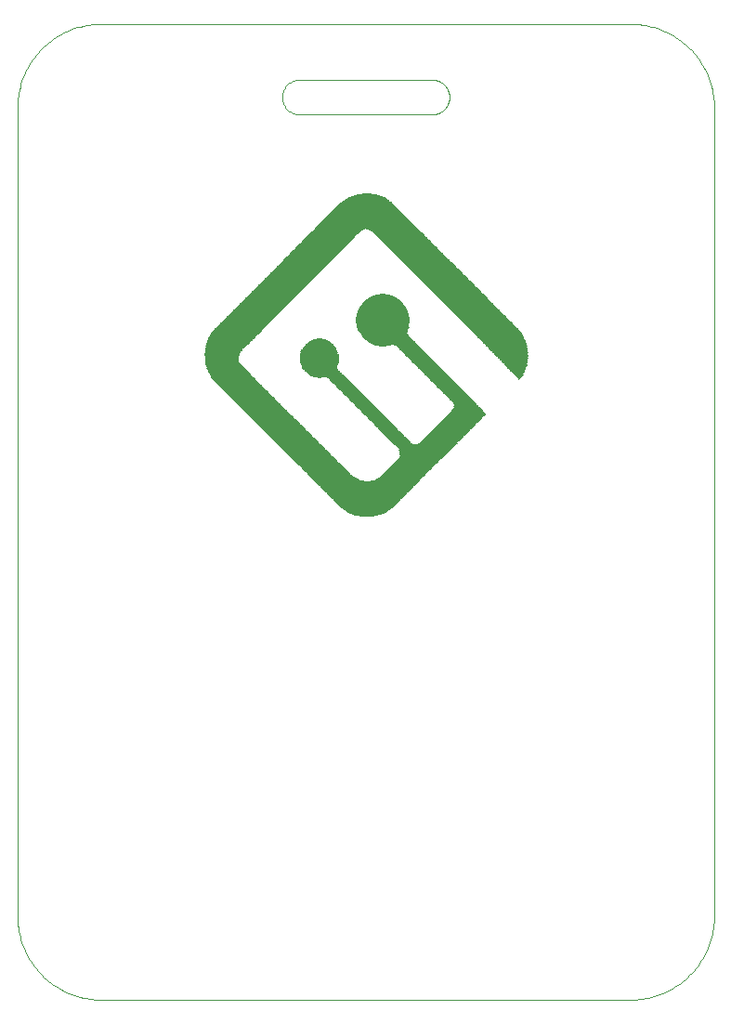
<source format=gtp>
G75*
%MOIN*%
%OFA0B0*%
%FSLAX24Y24*%
%IPPOS*%
%LPD*%
%AMOC8*
5,1,8,0,0,1.08239X$1,22.5*
%
%ADD10C,0.0000*%
%ADD11R,0.0324X0.0018*%
%ADD12R,0.0558X0.0018*%
%ADD13R,0.0738X0.0018*%
%ADD14R,0.0864X0.0018*%
%ADD15R,0.0990X0.0018*%
%ADD16R,0.1062X0.0018*%
%ADD17R,0.1170X0.0018*%
%ADD18R,0.1242X0.0018*%
%ADD19R,0.1314X0.0018*%
%ADD20R,0.1386X0.0018*%
%ADD21R,0.1458X0.0018*%
%ADD22R,0.1512X0.0018*%
%ADD23R,0.1566X0.0018*%
%ADD24R,0.1638X0.0018*%
%ADD25R,0.1674X0.0018*%
%ADD26R,0.1728X0.0018*%
%ADD27R,0.1764X0.0018*%
%ADD28R,0.1818X0.0018*%
%ADD29R,0.1854X0.0018*%
%ADD30R,0.1890X0.0018*%
%ADD31R,0.1926X0.0018*%
%ADD32R,0.1962X0.0018*%
%ADD33R,0.1998X0.0018*%
%ADD34R,0.2034X0.0018*%
%ADD35R,0.2070X0.0018*%
%ADD36R,0.2106X0.0018*%
%ADD37R,0.2142X0.0018*%
%ADD38R,0.2178X0.0018*%
%ADD39R,0.2214X0.0018*%
%ADD40R,0.2250X0.0018*%
%ADD41R,0.2286X0.0018*%
%ADD42R,0.2322X0.0018*%
%ADD43R,0.2358X0.0018*%
%ADD44R,0.2394X0.0018*%
%ADD45R,0.2430X0.0018*%
%ADD46R,0.2466X0.0018*%
%ADD47R,0.2502X0.0018*%
%ADD48R,0.2538X0.0018*%
%ADD49R,0.2574X0.0018*%
%ADD50R,0.2610X0.0018*%
%ADD51R,0.2646X0.0018*%
%ADD52R,0.2682X0.0018*%
%ADD53R,0.2718X0.0018*%
%ADD54R,0.2754X0.0018*%
%ADD55R,0.2790X0.0018*%
%ADD56R,0.2826X0.0018*%
%ADD57R,0.2862X0.0018*%
%ADD58R,0.2898X0.0018*%
%ADD59R,0.2934X0.0018*%
%ADD60R,0.2970X0.0018*%
%ADD61R,0.3006X0.0018*%
%ADD62R,0.3042X0.0018*%
%ADD63R,0.3078X0.0018*%
%ADD64R,0.3114X0.0018*%
%ADD65R,0.3150X0.0018*%
%ADD66R,0.3186X0.0018*%
%ADD67R,0.3222X0.0018*%
%ADD68R,0.3258X0.0018*%
%ADD69R,0.3294X0.0018*%
%ADD70R,0.3330X0.0018*%
%ADD71R,0.3366X0.0018*%
%ADD72R,0.3402X0.0018*%
%ADD73R,0.3438X0.0018*%
%ADD74R,0.3474X0.0018*%
%ADD75R,0.3510X0.0018*%
%ADD76R,0.3546X0.0018*%
%ADD77R,0.3582X0.0018*%
%ADD78R,0.3618X0.0018*%
%ADD79R,0.3654X0.0018*%
%ADD80R,0.3690X0.0018*%
%ADD81R,0.3726X0.0018*%
%ADD82R,0.1800X0.0018*%
%ADD83R,0.1746X0.0018*%
%ADD84R,0.1656X0.0018*%
%ADD85R,0.1602X0.0018*%
%ADD86R,0.1584X0.0018*%
%ADD87R,0.1620X0.0018*%
%ADD88R,0.1602X0.0018*%
%ADD89R,0.1548X0.0018*%
%ADD90R,0.1530X0.0018*%
%ADD91R,0.1584X0.0018*%
%ADD92R,0.1674X0.0018*%
%ADD93R,0.1692X0.0018*%
%ADD94R,0.1710X0.0018*%
%ADD95R,0.1872X0.0018*%
%ADD96R,0.1908X0.0018*%
%ADD97R,0.1944X0.0018*%
%ADD98R,0.1980X0.0018*%
%ADD99R,0.2016X0.0018*%
%ADD100R,0.2052X0.0018*%
%ADD101R,0.2088X0.0018*%
%ADD102R,0.2124X0.0018*%
%ADD103R,0.2160X0.0018*%
%ADD104R,0.1440X0.0018*%
%ADD105R,0.0684X0.0018*%
%ADD106R,0.0666X0.0018*%
%ADD107R,0.1368X0.0018*%
%ADD108R,0.1350X0.0018*%
%ADD109R,0.0648X0.0018*%
%ADD110R,0.1332X0.0018*%
%ADD111R,0.1296X0.0018*%
%ADD112R,0.1260X0.0018*%
%ADD113R,0.1224X0.0018*%
%ADD114R,0.1188X0.0018*%
%ADD115R,0.1152X0.0018*%
%ADD116R,0.1116X0.0018*%
%ADD117R,0.1080X0.0018*%
%ADD118R,0.1026X0.0018*%
%ADD119R,0.0972X0.0018*%
%ADD120R,0.0936X0.0018*%
%ADD121R,0.0918X0.0018*%
%ADD122R,0.0900X0.0018*%
%ADD123R,0.0882X0.0018*%
%ADD124R,0.0846X0.0018*%
%ADD125R,0.0828X0.0018*%
%ADD126R,0.0810X0.0018*%
%ADD127R,0.0792X0.0018*%
%ADD128R,0.0792X0.0018*%
%ADD129R,0.0018X0.0018*%
%ADD130R,0.0054X0.0018*%
%ADD131R,0.1512X0.0018*%
%ADD132R,0.0090X0.0018*%
%ADD133R,0.0108X0.0018*%
%ADD134R,0.0126X0.0018*%
%ADD135R,0.0144X0.0018*%
%ADD136R,0.1494X0.0018*%
%ADD137R,0.0342X0.0018*%
%ADD138R,0.0720X0.0018*%
%ADD139R,0.0180X0.0018*%
%ADD140R,0.1134X0.0018*%
%ADD141R,0.0198X0.0018*%
%ADD142R,0.0234X0.0018*%
%ADD143R,0.1476X0.0018*%
%ADD144R,0.0270X0.0018*%
%ADD145R,0.0288X0.0018*%
%ADD146R,0.1206X0.0018*%
%ADD147R,0.0378X0.0018*%
%ADD148R,0.1224X0.0018*%
%ADD149R,0.0396X0.0018*%
%ADD150R,0.0432X0.0018*%
%ADD151R,0.0450X0.0018*%
%ADD152R,0.1422X0.0018*%
%ADD153R,0.1242X0.0018*%
%ADD154R,0.0486X0.0018*%
%ADD155R,0.1422X0.0018*%
%ADD156R,0.0504X0.0018*%
%ADD157R,0.1404X0.0018*%
%ADD158R,0.0522X0.0018*%
%ADD159R,0.0576X0.0018*%
%ADD160R,0.0594X0.0018*%
%ADD161R,0.0630X0.0018*%
%ADD162R,0.1332X0.0018*%
%ADD163R,0.0702X0.0018*%
%ADD164R,0.1278X0.0018*%
%ADD165R,0.0774X0.0018*%
%ADD166R,0.0882X0.0018*%
%ADD167R,0.0954X0.0018*%
%ADD168R,0.1404X0.0018*%
%ADD169R,0.1008X0.0018*%
%ADD170R,0.1044X0.0018*%
%ADD171R,0.1062X0.0018*%
%ADD172R,0.1098X0.0018*%
%ADD173R,0.1152X0.0018*%
%ADD174R,0.0774X0.0018*%
%ADD175R,0.1044X0.0018*%
%ADD176R,0.0432X0.0018*%
%ADD177R,0.0702X0.0018*%
%ADD178R,0.0216X0.0018*%
%ADD179R,0.1692X0.0018*%
%ADD180R,0.1764X0.0018*%
%ADD181R,0.1782X0.0018*%
%ADD182R,0.1836X0.0018*%
%ADD183R,0.1854X0.0018*%
%ADD184R,0.1872X0.0018*%
%ADD185R,0.1782X0.0018*%
%ADD186R,0.0954X0.0018*%
%ADD187R,0.3672X0.0018*%
%ADD188R,0.3636X0.0018*%
%ADD189R,0.3600X0.0018*%
%ADD190R,0.3564X0.0018*%
%ADD191R,0.3528X0.0018*%
%ADD192R,0.3492X0.0018*%
%ADD193R,0.3456X0.0018*%
%ADD194R,0.3420X0.0018*%
%ADD195R,0.3384X0.0018*%
%ADD196R,0.3348X0.0018*%
%ADD197R,0.3312X0.0018*%
%ADD198R,0.3276X0.0018*%
%ADD199R,0.3240X0.0018*%
%ADD200R,0.3204X0.0018*%
%ADD201R,0.3168X0.0018*%
%ADD202R,0.3132X0.0018*%
%ADD203R,0.3096X0.0018*%
%ADD204R,0.3060X0.0018*%
%ADD205R,0.3024X0.0018*%
%ADD206R,0.2988X0.0018*%
%ADD207R,0.2952X0.0018*%
%ADD208R,0.2916X0.0018*%
%ADD209R,0.2880X0.0018*%
%ADD210R,0.2844X0.0018*%
%ADD211R,0.2808X0.0018*%
%ADD212R,0.2772X0.0018*%
%ADD213R,0.2736X0.0018*%
%ADD214R,0.2700X0.0018*%
%ADD215R,0.2664X0.0018*%
%ADD216R,0.2628X0.0018*%
%ADD217R,0.2592X0.0018*%
%ADD218R,0.2556X0.0018*%
%ADD219R,0.2520X0.0018*%
%ADD220R,0.2484X0.0018*%
%ADD221R,0.2448X0.0018*%
%ADD222R,0.2412X0.0018*%
%ADD223R,0.2376X0.0018*%
%ADD224R,0.2340X0.0018*%
%ADD225R,0.2304X0.0018*%
%ADD226R,0.2268X0.0018*%
%ADD227R,0.2232X0.0018*%
%ADD228R,0.2196X0.0018*%
%ADD229R,0.0306X0.0018*%
D10*
X000100Y003100D02*
X000100Y032100D01*
X000102Y032207D01*
X000108Y032314D01*
X000117Y032421D01*
X000131Y032527D01*
X000148Y032633D01*
X000169Y032738D01*
X000193Y032842D01*
X000222Y032945D01*
X000254Y033047D01*
X000289Y033148D01*
X000328Y033248D01*
X000371Y033346D01*
X000417Y033443D01*
X000467Y033538D01*
X000520Y033631D01*
X000576Y033722D01*
X000636Y033811D01*
X000698Y033898D01*
X000764Y033982D01*
X000833Y034065D01*
X000904Y034144D01*
X000979Y034221D01*
X001056Y034296D01*
X001135Y034367D01*
X001218Y034436D01*
X001302Y034502D01*
X001389Y034564D01*
X001478Y034624D01*
X001569Y034680D01*
X001662Y034733D01*
X001757Y034783D01*
X001854Y034829D01*
X001952Y034872D01*
X002052Y034911D01*
X002153Y034946D01*
X002255Y034978D01*
X002358Y035007D01*
X002462Y035031D01*
X002567Y035052D01*
X002673Y035069D01*
X002779Y035083D01*
X002886Y035092D01*
X002993Y035098D01*
X003100Y035100D01*
X022100Y035100D01*
X022207Y035098D01*
X022314Y035092D01*
X022421Y035083D01*
X022527Y035069D01*
X022633Y035052D01*
X022738Y035031D01*
X022842Y035007D01*
X022945Y034978D01*
X023047Y034946D01*
X023148Y034911D01*
X023248Y034872D01*
X023346Y034829D01*
X023443Y034783D01*
X023538Y034733D01*
X023631Y034680D01*
X023722Y034624D01*
X023811Y034564D01*
X023898Y034502D01*
X023982Y034436D01*
X024065Y034367D01*
X024144Y034296D01*
X024221Y034221D01*
X024296Y034144D01*
X024367Y034065D01*
X024436Y033982D01*
X024502Y033898D01*
X024564Y033811D01*
X024624Y033722D01*
X024680Y033631D01*
X024733Y033538D01*
X024783Y033443D01*
X024829Y033346D01*
X024872Y033248D01*
X024911Y033148D01*
X024946Y033047D01*
X024978Y032945D01*
X025007Y032842D01*
X025031Y032738D01*
X025052Y032633D01*
X025069Y032527D01*
X025083Y032421D01*
X025092Y032314D01*
X025098Y032207D01*
X025100Y032100D01*
X025100Y003100D01*
X025098Y002993D01*
X025092Y002886D01*
X025083Y002779D01*
X025069Y002673D01*
X025052Y002567D01*
X025031Y002462D01*
X025007Y002358D01*
X024978Y002255D01*
X024946Y002153D01*
X024911Y002052D01*
X024872Y001952D01*
X024829Y001854D01*
X024783Y001757D01*
X024733Y001662D01*
X024680Y001569D01*
X024624Y001478D01*
X024564Y001389D01*
X024502Y001302D01*
X024436Y001218D01*
X024367Y001135D01*
X024296Y001056D01*
X024221Y000979D01*
X024144Y000904D01*
X024065Y000833D01*
X023982Y000764D01*
X023898Y000698D01*
X023811Y000636D01*
X023722Y000576D01*
X023631Y000520D01*
X023538Y000467D01*
X023443Y000417D01*
X023346Y000371D01*
X023248Y000328D01*
X023148Y000289D01*
X023047Y000254D01*
X022945Y000222D01*
X022842Y000193D01*
X022738Y000169D01*
X022633Y000148D01*
X022527Y000131D01*
X022421Y000117D01*
X022314Y000108D01*
X022207Y000102D01*
X022100Y000100D01*
X003100Y000100D01*
X002993Y000102D01*
X002886Y000108D01*
X002779Y000117D01*
X002673Y000131D01*
X002567Y000148D01*
X002462Y000169D01*
X002358Y000193D01*
X002255Y000222D01*
X002153Y000254D01*
X002052Y000289D01*
X001952Y000328D01*
X001854Y000371D01*
X001757Y000417D01*
X001662Y000467D01*
X001569Y000520D01*
X001478Y000576D01*
X001389Y000636D01*
X001302Y000698D01*
X001218Y000764D01*
X001135Y000833D01*
X001056Y000904D01*
X000979Y000979D01*
X000904Y001056D01*
X000833Y001135D01*
X000764Y001218D01*
X000698Y001302D01*
X000636Y001389D01*
X000576Y001478D01*
X000520Y001569D01*
X000467Y001662D01*
X000417Y001757D01*
X000371Y001854D01*
X000328Y001952D01*
X000289Y002052D01*
X000254Y002153D01*
X000222Y002255D01*
X000193Y002358D01*
X000169Y002462D01*
X000148Y002567D01*
X000131Y002673D01*
X000117Y002779D01*
X000108Y002886D01*
X000102Y002993D01*
X000100Y003100D01*
X010225Y031850D02*
X014975Y031850D01*
X015024Y031852D01*
X015073Y031858D01*
X015121Y031867D01*
X015168Y031881D01*
X015214Y031898D01*
X015259Y031918D01*
X015302Y031942D01*
X015342Y031969D01*
X015381Y032000D01*
X015417Y032033D01*
X015450Y032069D01*
X015481Y032108D01*
X015508Y032148D01*
X015532Y032191D01*
X015552Y032236D01*
X015569Y032282D01*
X015583Y032329D01*
X015592Y032377D01*
X015598Y032426D01*
X015600Y032475D01*
X015598Y032524D01*
X015592Y032573D01*
X015583Y032621D01*
X015569Y032668D01*
X015552Y032714D01*
X015532Y032759D01*
X015508Y032802D01*
X015481Y032842D01*
X015450Y032881D01*
X015417Y032917D01*
X015381Y032950D01*
X015342Y032981D01*
X015302Y033008D01*
X015259Y033032D01*
X015214Y033052D01*
X015168Y033069D01*
X015121Y033083D01*
X015073Y033092D01*
X015024Y033098D01*
X014975Y033100D01*
X010225Y033100D01*
X009600Y032475D02*
X009602Y032426D01*
X009608Y032377D01*
X009617Y032329D01*
X009631Y032282D01*
X009648Y032236D01*
X009668Y032191D01*
X009692Y032148D01*
X009719Y032108D01*
X009750Y032069D01*
X009783Y032033D01*
X009819Y032000D01*
X009858Y031969D01*
X009898Y031942D01*
X009941Y031918D01*
X009986Y031898D01*
X010032Y031881D01*
X010079Y031867D01*
X010127Y031858D01*
X010176Y031852D01*
X010225Y031850D01*
X009600Y032475D02*
X009602Y032524D01*
X009608Y032573D01*
X009617Y032621D01*
X009631Y032668D01*
X009648Y032714D01*
X009668Y032759D01*
X009692Y032802D01*
X009719Y032842D01*
X009750Y032881D01*
X009783Y032917D01*
X009819Y032950D01*
X009858Y032981D01*
X009898Y033008D01*
X009941Y033032D01*
X009986Y033052D01*
X010032Y033069D01*
X010079Y033083D01*
X010127Y033092D01*
X010176Y033098D01*
X010225Y033100D01*
D11*
X018093Y022506D03*
X012621Y017412D03*
D12*
X012630Y017430D03*
X010938Y023730D03*
X013224Y025350D03*
X012630Y028968D03*
X018048Y022668D03*
D13*
X017994Y022812D03*
X013998Y019986D03*
X012630Y017448D03*
X010938Y023676D03*
X013224Y025314D03*
X012630Y028950D03*
D14*
X014025Y023568D03*
X016203Y021390D03*
X017967Y022920D03*
X012621Y017466D03*
D15*
X012630Y017484D03*
X016248Y021282D03*
D16*
X016248Y021246D03*
X013224Y025224D03*
X012630Y028896D03*
X012630Y017502D03*
D17*
X012630Y017520D03*
X011244Y022452D03*
X013224Y025188D03*
X017832Y023208D03*
D18*
X012630Y017538D03*
X011028Y022632D03*
X010974Y022704D03*
X010920Y023388D03*
D19*
X010920Y023316D03*
X007500Y023370D03*
X007536Y022794D03*
X012630Y017556D03*
X017742Y023370D03*
X012630Y028842D03*
D20*
X012630Y028824D03*
X010938Y023010D03*
X007626Y022668D03*
X007608Y022686D03*
X012630Y017574D03*
X015150Y020004D03*
X017706Y023442D03*
D21*
X017652Y023532D03*
X017652Y023550D03*
X017634Y023568D03*
X013206Y025044D03*
X007590Y023532D03*
X007698Y022560D03*
X007716Y022542D03*
X012630Y017592D03*
D22*
X012639Y017610D03*
X007869Y022344D03*
X007833Y022380D03*
X007815Y022398D03*
X007635Y023604D03*
X013215Y025008D03*
X017589Y023640D03*
D23*
X017544Y023712D03*
X014592Y019536D03*
X014574Y019518D03*
X013818Y018780D03*
X012630Y017628D03*
X011388Y018834D03*
X011370Y018852D03*
X011352Y018870D03*
X011262Y018960D03*
X011244Y018978D03*
X011226Y018996D03*
X011208Y019014D03*
X011190Y019032D03*
X011172Y019050D03*
X011154Y019068D03*
X011136Y019086D03*
X011118Y019104D03*
X011100Y019122D03*
X011082Y019140D03*
X011064Y019158D03*
X011046Y019176D03*
X011028Y019194D03*
X011010Y019212D03*
X010992Y019230D03*
X010974Y019248D03*
X010956Y019266D03*
X010938Y019284D03*
X013656Y023586D03*
X013206Y024972D03*
X007698Y023694D03*
X007680Y023676D03*
D24*
X007770Y023802D03*
X007788Y023820D03*
X012630Y017646D03*
X014646Y019626D03*
X013548Y023658D03*
X013530Y023676D03*
X013206Y024918D03*
X017436Y023856D03*
X017454Y023838D03*
D25*
X017400Y023910D03*
X017382Y023928D03*
X013422Y023766D03*
X013386Y023802D03*
X013368Y023820D03*
X013350Y023838D03*
X013296Y023910D03*
X013278Y023928D03*
X013278Y023946D03*
X013260Y023964D03*
X013206Y024882D03*
X013206Y024900D03*
X011550Y018726D03*
X012630Y017664D03*
X007842Y023892D03*
D26*
X007941Y024018D03*
X007959Y024036D03*
X007977Y024054D03*
X007995Y024072D03*
X008013Y024090D03*
X010515Y026610D03*
X010533Y026628D03*
X010551Y026646D03*
X010569Y026664D03*
X010587Y026682D03*
X010605Y026700D03*
X010623Y026718D03*
X010641Y026736D03*
X010659Y026754D03*
X010677Y026772D03*
X010695Y026790D03*
X010713Y026808D03*
X010731Y026826D03*
X010749Y026844D03*
X010767Y026862D03*
X010785Y026880D03*
X010803Y026898D03*
X010821Y026916D03*
X010839Y026934D03*
X010857Y026952D03*
X010875Y026970D03*
X010893Y026988D03*
X010911Y027006D03*
X010929Y027024D03*
X010947Y027042D03*
X010965Y027060D03*
X010983Y027078D03*
X011001Y027096D03*
X011019Y027114D03*
X011037Y027132D03*
X011055Y027150D03*
X011073Y027168D03*
X011091Y027186D03*
X011109Y027204D03*
X011127Y027222D03*
X011145Y027240D03*
X011163Y027258D03*
X011181Y027276D03*
X011199Y027294D03*
X011217Y027312D03*
X011235Y027330D03*
X011253Y027348D03*
X011559Y027654D03*
X013701Y027636D03*
X013719Y027618D03*
X013935Y027402D03*
X013953Y027384D03*
X013971Y027366D03*
X013989Y027348D03*
X014007Y027330D03*
X014025Y027312D03*
X014043Y027294D03*
X014061Y027276D03*
X014079Y027258D03*
X014097Y027240D03*
X014115Y027222D03*
X014133Y027204D03*
X014151Y027186D03*
X014169Y027168D03*
X014187Y027150D03*
X014205Y027132D03*
X014223Y027114D03*
X014241Y027096D03*
X014259Y027078D03*
X014277Y027060D03*
X014295Y027042D03*
X014313Y027024D03*
X014331Y027006D03*
X014349Y026988D03*
X014367Y026970D03*
X014385Y026952D03*
X014403Y026934D03*
X014421Y026916D03*
X014439Y026898D03*
X014457Y026880D03*
X014475Y026862D03*
X014493Y026844D03*
X014511Y026826D03*
X014529Y026808D03*
X014547Y026790D03*
X014565Y026772D03*
X014583Y026754D03*
X014601Y026736D03*
X014619Y026718D03*
X014637Y026700D03*
X014655Y026682D03*
X014673Y026664D03*
X014691Y026646D03*
X014709Y026628D03*
X014727Y026610D03*
X014745Y026592D03*
X016041Y025296D03*
X016059Y025278D03*
X016077Y025260D03*
X016095Y025242D03*
X016113Y025224D03*
X016131Y025206D03*
X016149Y025188D03*
X016167Y025170D03*
X016185Y025152D03*
X016203Y025134D03*
X016221Y025116D03*
X016239Y025098D03*
X016257Y025080D03*
X016275Y025062D03*
X016293Y025044D03*
X016311Y025026D03*
X016329Y025008D03*
X016347Y024990D03*
X016365Y024972D03*
X016383Y024954D03*
X016401Y024936D03*
X016419Y024918D03*
X016437Y024900D03*
X016455Y024882D03*
X016473Y024864D03*
X016491Y024846D03*
X016509Y024828D03*
X016527Y024810D03*
X016545Y024792D03*
X016563Y024774D03*
X016581Y024756D03*
X016599Y024738D03*
X016617Y024720D03*
X016635Y024702D03*
X016653Y024684D03*
X016671Y024666D03*
X016689Y024648D03*
X016707Y024630D03*
X016725Y024612D03*
X016743Y024594D03*
X016761Y024576D03*
X016779Y024558D03*
X016797Y024540D03*
X016815Y024522D03*
X016833Y024504D03*
X016851Y024486D03*
X016869Y024468D03*
X016887Y024450D03*
X016905Y024432D03*
X016923Y024414D03*
X016941Y024396D03*
X016959Y024378D03*
X016977Y024360D03*
X016995Y024342D03*
X017013Y024324D03*
X017031Y024306D03*
X017049Y024288D03*
X017067Y024270D03*
X017085Y024252D03*
X017103Y024234D03*
X017121Y024216D03*
X017139Y024198D03*
X017157Y024180D03*
X017175Y024162D03*
X017193Y024144D03*
X017211Y024126D03*
X017229Y024108D03*
X017247Y024090D03*
X017265Y024072D03*
X017283Y024054D03*
X014691Y019716D03*
X012639Y017682D03*
X011595Y018708D03*
X013233Y024036D03*
X013233Y024054D03*
D27*
X013629Y027690D03*
X014709Y019752D03*
X012639Y017700D03*
D28*
X012630Y017718D03*
X014718Y019788D03*
X013224Y024162D03*
X013206Y024720D03*
X013206Y024738D03*
X011676Y027726D03*
D29*
X013548Y027726D03*
X013206Y024666D03*
X014718Y019806D03*
X012630Y017736D03*
D30*
X012630Y017754D03*
X013224Y024270D03*
X013224Y024288D03*
X013224Y024306D03*
X013224Y024324D03*
X013224Y024342D03*
X013206Y024576D03*
D31*
X012630Y017772D03*
D32*
X012630Y017790D03*
D33*
X012630Y017808D03*
D34*
X012630Y017826D03*
D35*
X012630Y017844D03*
D36*
X012630Y017862D03*
D37*
X012630Y017880D03*
D38*
X012630Y017898D03*
D39*
X012630Y017916D03*
D40*
X012630Y017934D03*
D41*
X012630Y017952D03*
D42*
X012630Y017970D03*
D43*
X012630Y017988D03*
D44*
X012630Y018006D03*
D45*
X012630Y018024D03*
D46*
X012630Y018042D03*
D47*
X012630Y018060D03*
D48*
X012630Y018078D03*
D49*
X012630Y018096D03*
D50*
X012630Y018114D03*
D51*
X012630Y018132D03*
D52*
X012630Y018150D03*
D53*
X012630Y018168D03*
D54*
X012630Y018186D03*
D55*
X012630Y018204D03*
D56*
X012630Y018222D03*
D57*
X012630Y018240D03*
D58*
X012630Y018258D03*
D59*
X012630Y018276D03*
D60*
X012630Y018294D03*
D61*
X012630Y018312D03*
D62*
X012630Y018330D03*
D63*
X012630Y018348D03*
D64*
X012630Y018366D03*
D65*
X012630Y018384D03*
D66*
X012630Y018402D03*
D67*
X012630Y018420D03*
D68*
X012630Y018438D03*
D69*
X012630Y018456D03*
D70*
X012630Y018474D03*
D71*
X012630Y018492D03*
D72*
X012630Y018510D03*
D73*
X012630Y018528D03*
D74*
X012630Y018546D03*
D75*
X012630Y018564D03*
D76*
X012630Y018582D03*
D77*
X012630Y018600D03*
D78*
X012630Y018618D03*
D79*
X012630Y018636D03*
D80*
X012630Y018654D03*
D81*
X012630Y018672D03*
D82*
X011649Y018690D03*
X014709Y019770D03*
X013233Y024144D03*
X013215Y024756D03*
X013593Y027708D03*
D83*
X013656Y027672D03*
X013674Y027654D03*
X012630Y028698D03*
X011604Y027690D03*
X011586Y027672D03*
X010506Y026592D03*
X010488Y026574D03*
X010470Y026556D03*
X010452Y026538D03*
X010434Y026520D03*
X010416Y026502D03*
X010398Y026484D03*
X010380Y026466D03*
X010362Y026448D03*
X010344Y026430D03*
X010326Y026412D03*
X010308Y026394D03*
X010290Y026376D03*
X010272Y026358D03*
X010254Y026340D03*
X010236Y026322D03*
X010218Y026304D03*
X010200Y026286D03*
X010182Y026268D03*
X010164Y026250D03*
X010146Y026232D03*
X010128Y026214D03*
X010110Y026196D03*
X010092Y026178D03*
X010074Y026160D03*
X010056Y026142D03*
X010038Y026124D03*
X010020Y026106D03*
X010002Y026088D03*
X009984Y026070D03*
X009966Y026052D03*
X009948Y026034D03*
X009930Y026016D03*
X009912Y025998D03*
X009894Y025980D03*
X009876Y025962D03*
X009858Y025944D03*
X009840Y025926D03*
X009822Y025908D03*
X009804Y025890D03*
X009786Y025872D03*
X009768Y025854D03*
X009750Y025836D03*
X009732Y025818D03*
X009714Y025800D03*
X009696Y025782D03*
X009678Y025764D03*
X009660Y025746D03*
X009642Y025728D03*
X009624Y025710D03*
X009606Y025692D03*
X009588Y025674D03*
X009570Y025656D03*
X009552Y025638D03*
X009534Y025620D03*
X009516Y025602D03*
X009498Y025584D03*
X009480Y025566D03*
X009462Y025548D03*
X009444Y025530D03*
X009426Y025512D03*
X009408Y025494D03*
X009390Y025476D03*
X009372Y025458D03*
X009354Y025440D03*
X009336Y025422D03*
X009318Y025404D03*
X009300Y025386D03*
X009282Y025368D03*
X009264Y025350D03*
X009246Y025332D03*
X009228Y025314D03*
X009210Y025296D03*
X009192Y025278D03*
X009174Y025260D03*
X009156Y025242D03*
X009138Y025224D03*
X009120Y025206D03*
X009102Y025188D03*
X009084Y025170D03*
X009066Y025152D03*
X009048Y025134D03*
X009030Y025116D03*
X009012Y025098D03*
X008994Y025080D03*
X008976Y025062D03*
X008958Y025044D03*
X008940Y025026D03*
X008922Y025008D03*
X008904Y024990D03*
X008886Y024972D03*
X008868Y024954D03*
X008850Y024936D03*
X008832Y024918D03*
X008814Y024900D03*
X008796Y024882D03*
X008778Y024864D03*
X008760Y024846D03*
X008742Y024828D03*
X008724Y024810D03*
X008706Y024792D03*
X008688Y024774D03*
X008670Y024756D03*
X008652Y024738D03*
X008634Y024720D03*
X008616Y024702D03*
X008598Y024684D03*
X008580Y024666D03*
X008562Y024648D03*
X008544Y024630D03*
X008526Y024612D03*
X008508Y024594D03*
X008490Y024576D03*
X008472Y024558D03*
X008454Y024540D03*
X008436Y024522D03*
X008418Y024504D03*
X008400Y024486D03*
X008382Y024468D03*
X008364Y024450D03*
X008346Y024432D03*
X008328Y024414D03*
X008310Y024396D03*
X008292Y024378D03*
X008274Y024360D03*
X008256Y024342D03*
X008238Y024324D03*
X008220Y024306D03*
X008202Y024288D03*
X008184Y024270D03*
X008166Y024252D03*
X008148Y024234D03*
X008130Y024216D03*
X008112Y024198D03*
X008094Y024180D03*
X008076Y024162D03*
X008058Y024144D03*
X008040Y024126D03*
X008022Y024108D03*
X013224Y024072D03*
X013206Y024810D03*
X013206Y024828D03*
X014862Y026484D03*
X014880Y026466D03*
X014898Y026448D03*
X014916Y026430D03*
X014934Y026412D03*
X014952Y026394D03*
X014970Y026376D03*
X014988Y026358D03*
X015006Y026340D03*
X015024Y026322D03*
X015042Y026304D03*
X015060Y026286D03*
X015078Y026268D03*
X015096Y026250D03*
X015114Y026232D03*
X015132Y026214D03*
X015150Y026196D03*
X015168Y026178D03*
X015186Y026160D03*
X015204Y026142D03*
X015222Y026124D03*
X015240Y026106D03*
X015258Y026088D03*
X015276Y026070D03*
X015294Y026052D03*
X015312Y026034D03*
X015330Y026016D03*
X015348Y025998D03*
X015366Y025980D03*
X015384Y025962D03*
X015402Y025944D03*
X015420Y025926D03*
X015438Y025908D03*
X015456Y025890D03*
X015474Y025872D03*
X015492Y025854D03*
X015510Y025836D03*
X015528Y025818D03*
X015546Y025800D03*
X015564Y025782D03*
X015582Y025764D03*
X015600Y025746D03*
X015618Y025728D03*
X015636Y025710D03*
X015654Y025692D03*
X015672Y025674D03*
X015690Y025656D03*
X015708Y025638D03*
X015726Y025620D03*
X015744Y025602D03*
X015762Y025584D03*
X015780Y025566D03*
X015798Y025548D03*
X015816Y025530D03*
X015834Y025512D03*
X015852Y025494D03*
X015870Y025476D03*
X015888Y025458D03*
X015906Y025440D03*
X015924Y025422D03*
X015942Y025404D03*
X015960Y025386D03*
X015978Y025368D03*
X015996Y025350D03*
X016014Y025332D03*
X016032Y025314D03*
X014844Y026502D03*
X014826Y026520D03*
X014808Y026538D03*
X014790Y026556D03*
X014772Y026574D03*
X014700Y019734D03*
X013638Y018690D03*
D84*
X013701Y018708D03*
X014655Y019644D03*
X013503Y023694D03*
X013485Y023712D03*
X013467Y023730D03*
X013449Y023748D03*
X013341Y023856D03*
X013323Y023874D03*
X013305Y023892D03*
X012621Y028734D03*
X017409Y023892D03*
X017427Y023874D03*
X011523Y018744D03*
X007815Y023856D03*
X007797Y023838D03*
D85*
X013206Y024954D03*
X013602Y023622D03*
X013746Y018726D03*
D86*
X013773Y018744D03*
X013791Y018762D03*
X014601Y019554D03*
X011433Y018798D03*
X011415Y018816D03*
X007707Y023712D03*
X007725Y023730D03*
X017517Y023748D03*
X017535Y023730D03*
D87*
X017481Y023802D03*
X017463Y023820D03*
X014637Y019608D03*
X013575Y023640D03*
X013215Y024936D03*
X011487Y018762D03*
X007743Y023766D03*
X007761Y023784D03*
D88*
X007734Y023748D03*
X011460Y018780D03*
X014628Y019590D03*
X017508Y023766D03*
X017490Y023784D03*
X012630Y028752D03*
D89*
X012621Y028770D03*
X013215Y024990D03*
X009831Y020382D03*
X009813Y020400D03*
X009795Y020418D03*
X009777Y020436D03*
X009759Y020454D03*
X009741Y020472D03*
X009723Y020490D03*
X009705Y020508D03*
X009687Y020526D03*
X009669Y020544D03*
X009651Y020562D03*
X009633Y020580D03*
X009615Y020598D03*
X009597Y020616D03*
X009579Y020634D03*
X009561Y020652D03*
X009543Y020670D03*
X009525Y020688D03*
X009507Y020706D03*
X009489Y020724D03*
X009471Y020742D03*
X009453Y020760D03*
X009435Y020778D03*
X009417Y020796D03*
X009399Y020814D03*
X009381Y020832D03*
X009363Y020850D03*
X009345Y020868D03*
X009327Y020886D03*
X009309Y020904D03*
X009291Y020922D03*
X009849Y020364D03*
X009867Y020346D03*
X009885Y020328D03*
X009903Y020310D03*
X009921Y020292D03*
X009939Y020274D03*
X009957Y020256D03*
X009975Y020238D03*
X009993Y020220D03*
X010011Y020202D03*
X010029Y020184D03*
X010047Y020166D03*
X010065Y020148D03*
X010083Y020130D03*
X010101Y020112D03*
X010119Y020094D03*
X010137Y020076D03*
X010155Y020058D03*
X010173Y020040D03*
X010191Y020022D03*
X010209Y020004D03*
X010227Y019986D03*
X010245Y019968D03*
X010263Y019950D03*
X010281Y019932D03*
X010299Y019914D03*
X010317Y019896D03*
X010335Y019878D03*
X010353Y019860D03*
X010371Y019842D03*
X010389Y019824D03*
X010407Y019806D03*
X010425Y019788D03*
X010443Y019770D03*
X010461Y019752D03*
X010479Y019734D03*
X010497Y019716D03*
X010515Y019698D03*
X010533Y019680D03*
X010551Y019662D03*
X010569Y019644D03*
X010587Y019626D03*
X010605Y019608D03*
X010623Y019590D03*
X010641Y019572D03*
X010659Y019554D03*
X010677Y019536D03*
X010695Y019518D03*
X010713Y019500D03*
X010731Y019482D03*
X010749Y019464D03*
X010767Y019446D03*
X010785Y019428D03*
X010803Y019410D03*
X010821Y019392D03*
X010839Y019374D03*
X010857Y019356D03*
X010875Y019338D03*
X010893Y019320D03*
X010911Y019302D03*
X011271Y018942D03*
X011289Y018924D03*
X011307Y018906D03*
X011325Y018888D03*
X013845Y018798D03*
X013863Y018816D03*
X013881Y018834D03*
X014547Y019482D03*
X014565Y019500D03*
X017571Y023676D03*
X017553Y023694D03*
X007671Y023658D03*
D90*
X007662Y023640D03*
X007644Y023622D03*
X007878Y022326D03*
X007896Y022308D03*
X007914Y022290D03*
X007932Y022272D03*
X007950Y022254D03*
X007968Y022236D03*
X007986Y022218D03*
X008004Y022200D03*
X008022Y022182D03*
X008040Y022164D03*
X008058Y022146D03*
X008076Y022128D03*
X008094Y022110D03*
X008112Y022092D03*
X008130Y022074D03*
X008148Y022056D03*
X008166Y022038D03*
X008184Y022020D03*
X008202Y022002D03*
X008220Y021984D03*
X008238Y021966D03*
X008256Y021948D03*
X008274Y021930D03*
X008292Y021912D03*
X008310Y021894D03*
X008328Y021876D03*
X008346Y021858D03*
X008364Y021840D03*
X008382Y021822D03*
X008400Y021804D03*
X008418Y021786D03*
X008436Y021768D03*
X008454Y021750D03*
X008472Y021732D03*
X008490Y021714D03*
X008508Y021696D03*
X008526Y021678D03*
X008544Y021660D03*
X008562Y021642D03*
X008580Y021624D03*
X008598Y021606D03*
X008616Y021588D03*
X008634Y021570D03*
X008652Y021552D03*
X008670Y021534D03*
X008688Y021516D03*
X008706Y021498D03*
X008724Y021480D03*
X008742Y021462D03*
X008760Y021444D03*
X008778Y021426D03*
X008796Y021408D03*
X008814Y021390D03*
X008832Y021372D03*
X008850Y021354D03*
X008868Y021336D03*
X008886Y021318D03*
X008904Y021300D03*
X008922Y021282D03*
X008940Y021264D03*
X008958Y021246D03*
X008976Y021228D03*
X008994Y021210D03*
X009012Y021192D03*
X009030Y021174D03*
X009048Y021156D03*
X009066Y021138D03*
X009084Y021120D03*
X009102Y021102D03*
X009120Y021084D03*
X009138Y021066D03*
X009156Y021048D03*
X009174Y021030D03*
X009192Y021012D03*
X009210Y020994D03*
X009228Y020976D03*
X009246Y020958D03*
X009264Y020940D03*
X013908Y018852D03*
X013926Y018870D03*
X013944Y018888D03*
X013962Y018906D03*
X013980Y018924D03*
X013998Y018942D03*
X014016Y018960D03*
X014034Y018978D03*
X014052Y018996D03*
X014070Y019014D03*
X014088Y019032D03*
X014106Y019050D03*
X014124Y019068D03*
X014142Y019086D03*
X014160Y019104D03*
X014178Y019122D03*
X014196Y019140D03*
X014214Y019158D03*
X014232Y019176D03*
X014250Y019194D03*
X014268Y019212D03*
X014286Y019230D03*
X014304Y019248D03*
X014322Y019266D03*
X014340Y019284D03*
X014358Y019302D03*
X014376Y019320D03*
X014394Y019338D03*
X014412Y019356D03*
X014430Y019374D03*
X014448Y019392D03*
X014466Y019410D03*
X014484Y019428D03*
X014502Y019446D03*
X014520Y019464D03*
X017580Y023658D03*
D91*
X014619Y019572D03*
X013629Y023604D03*
D92*
X013404Y023784D03*
X014664Y019662D03*
X007824Y023874D03*
D93*
X007869Y023928D03*
X014673Y019680D03*
X017373Y023946D03*
X017355Y023964D03*
D94*
X017328Y024000D03*
X017310Y024018D03*
X017292Y024036D03*
X013926Y027420D03*
X013908Y027438D03*
X013890Y027456D03*
X013872Y027474D03*
X013854Y027492D03*
X013836Y027510D03*
X013818Y027528D03*
X013800Y027546D03*
X013782Y027564D03*
X013764Y027582D03*
X013746Y027600D03*
X013206Y024864D03*
X013206Y024846D03*
X013242Y024018D03*
X011262Y027366D03*
X011280Y027384D03*
X011298Y027402D03*
X011316Y027420D03*
X011334Y027438D03*
X011352Y027456D03*
X011388Y027492D03*
X011406Y027510D03*
X011424Y027528D03*
X011442Y027546D03*
X011460Y027564D03*
X011478Y027582D03*
X011496Y027600D03*
X011514Y027618D03*
X011532Y027636D03*
X007932Y024000D03*
X007914Y023982D03*
X007896Y023964D03*
X014682Y019698D03*
D95*
X014727Y019824D03*
X012621Y028644D03*
D96*
X012621Y028626D03*
X013215Y024558D03*
X013215Y024540D03*
X013215Y024522D03*
X013215Y024504D03*
X013215Y024486D03*
X013215Y024468D03*
X013215Y024450D03*
X013215Y024432D03*
X013215Y024414D03*
X013215Y024396D03*
X013215Y024378D03*
X013215Y024360D03*
X014727Y019842D03*
D97*
X014727Y019860D03*
X012621Y028608D03*
D98*
X012621Y028590D03*
X014727Y019878D03*
D99*
X014727Y019896D03*
X012621Y028572D03*
D100*
X012621Y028554D03*
X014727Y019914D03*
D101*
X014727Y019932D03*
X012621Y028536D03*
D102*
X012621Y028518D03*
X014727Y019950D03*
D103*
X014727Y019968D03*
X012621Y028500D03*
D104*
X012621Y028806D03*
X013215Y025062D03*
X015105Y019986D03*
X017661Y023514D03*
X007689Y022578D03*
X007671Y022596D03*
X007581Y023514D03*
D105*
X013953Y020004D03*
D106*
X013926Y020022D03*
X013908Y020040D03*
X013890Y020058D03*
X013872Y020076D03*
X013854Y020094D03*
X013836Y020112D03*
X013818Y020130D03*
X013800Y020148D03*
X013782Y020166D03*
X013764Y020184D03*
X013746Y020202D03*
X013728Y020220D03*
X013710Y020238D03*
X013692Y020256D03*
X013674Y020274D03*
X013656Y020292D03*
X013638Y020310D03*
X013620Y020328D03*
X013602Y020346D03*
X013584Y020364D03*
X013566Y020382D03*
X013548Y020400D03*
X013530Y020418D03*
X013512Y020436D03*
X013494Y020454D03*
X013476Y020472D03*
X013458Y020490D03*
X013440Y020508D03*
X013422Y020526D03*
X013404Y020544D03*
X013386Y020562D03*
X013368Y020580D03*
X011568Y022380D03*
X011550Y022398D03*
X013224Y025332D03*
X018012Y022758D03*
D107*
X017715Y023424D03*
X015195Y020040D03*
X015177Y020022D03*
X013215Y025098D03*
X010929Y023226D03*
X010929Y023208D03*
X010929Y023190D03*
X010929Y023172D03*
X010929Y022992D03*
X010929Y022974D03*
X010929Y022956D03*
X010929Y022938D03*
X010929Y022920D03*
X007599Y022704D03*
X007581Y022722D03*
X007527Y023442D03*
D108*
X007518Y023424D03*
X007518Y023406D03*
X007572Y022740D03*
X010920Y023244D03*
X010920Y023262D03*
X015222Y020058D03*
X015240Y020076D03*
X015258Y020094D03*
X015276Y020112D03*
X015294Y020130D03*
X015312Y020148D03*
X015330Y020166D03*
X015348Y020184D03*
X015366Y020202D03*
X015384Y020220D03*
X015402Y020238D03*
X015420Y020256D03*
X015438Y020274D03*
X015456Y020292D03*
X015474Y020310D03*
X015492Y020328D03*
X015510Y020346D03*
X015528Y020364D03*
X015546Y020382D03*
X015564Y020400D03*
X015582Y020418D03*
X015600Y020436D03*
X015618Y020454D03*
X015636Y020472D03*
X015654Y020490D03*
X015672Y020508D03*
X015690Y020526D03*
X015708Y020544D03*
X015726Y020562D03*
X015744Y020580D03*
X015762Y020598D03*
X015780Y020616D03*
X015798Y020634D03*
X015816Y020652D03*
X015834Y020670D03*
X015852Y020688D03*
X015870Y020706D03*
X015888Y020724D03*
X015906Y020742D03*
X015924Y020760D03*
X015942Y020778D03*
X015960Y020796D03*
X015978Y020814D03*
X015996Y020832D03*
X016014Y020850D03*
X016032Y020868D03*
X016050Y020886D03*
X016068Y020904D03*
X016086Y020922D03*
X016104Y020940D03*
X016122Y020958D03*
X016140Y020976D03*
X016158Y020994D03*
X016176Y021012D03*
X016194Y021030D03*
X016212Y021048D03*
X016230Y021066D03*
X016248Y021084D03*
X017724Y023406D03*
D109*
X018021Y022740D03*
X013359Y020598D03*
X013341Y020616D03*
X013323Y020634D03*
X013305Y020652D03*
X013287Y020670D03*
X013269Y020688D03*
X013251Y020706D03*
X013233Y020724D03*
X013215Y020742D03*
X013197Y020760D03*
X013179Y020778D03*
X013161Y020796D03*
X013143Y020814D03*
X013125Y020832D03*
X013107Y020850D03*
X013089Y020868D03*
X013071Y020886D03*
X013053Y020904D03*
X013035Y020922D03*
X013017Y020940D03*
X012999Y020958D03*
X012981Y020976D03*
X012963Y020994D03*
X012945Y021012D03*
X012927Y021030D03*
X012909Y021048D03*
X012891Y021066D03*
X012873Y021084D03*
X012855Y021102D03*
X012837Y021120D03*
X012819Y021138D03*
X012801Y021156D03*
X012783Y021174D03*
X012765Y021192D03*
X012747Y021210D03*
X012729Y021228D03*
X012711Y021246D03*
X012693Y021264D03*
X012675Y021282D03*
X012657Y021300D03*
X012639Y021318D03*
X012621Y021336D03*
X012603Y021354D03*
X012585Y021372D03*
X012567Y021390D03*
X012549Y021408D03*
X012531Y021426D03*
X012513Y021444D03*
X012495Y021462D03*
X012477Y021480D03*
X012459Y021498D03*
X012441Y021516D03*
X012423Y021534D03*
X012405Y021552D03*
X012387Y021570D03*
X012369Y021588D03*
X012351Y021606D03*
X012333Y021624D03*
X012315Y021642D03*
X012297Y021660D03*
X012279Y021678D03*
X012261Y021696D03*
X012243Y021714D03*
X012225Y021732D03*
X012207Y021750D03*
X012189Y021768D03*
X012171Y021786D03*
X012153Y021804D03*
X012135Y021822D03*
X012117Y021840D03*
X012099Y021858D03*
X012081Y021876D03*
X012063Y021894D03*
X012045Y021912D03*
X012027Y021930D03*
X012009Y021948D03*
X011991Y021966D03*
X011973Y021984D03*
X011955Y022002D03*
X011937Y022020D03*
X011919Y022038D03*
X011901Y022056D03*
X011883Y022074D03*
X011865Y022092D03*
X011847Y022110D03*
X011829Y022128D03*
X011811Y022146D03*
X011793Y022164D03*
X011775Y022182D03*
X011757Y022200D03*
X011739Y022218D03*
X011721Y022236D03*
X011703Y022254D03*
X011685Y022272D03*
X011667Y022290D03*
X011649Y022308D03*
X011631Y022326D03*
X011613Y022344D03*
X011595Y022362D03*
D110*
X016257Y021102D03*
D111*
X016257Y021120D03*
X017769Y023334D03*
X017751Y023352D03*
X013215Y025134D03*
X010929Y023334D03*
X010929Y022848D03*
X010929Y022830D03*
X007527Y022812D03*
X007473Y023316D03*
X007473Y023334D03*
X007491Y023352D03*
D112*
X007455Y023262D03*
X007455Y023244D03*
X007491Y022866D03*
X010947Y022776D03*
X010947Y022758D03*
X010929Y023370D03*
X013215Y025152D03*
X016257Y021138D03*
X017787Y023298D03*
D113*
X017805Y023262D03*
X016257Y021156D03*
X011145Y022524D03*
X011127Y022542D03*
X011091Y022578D03*
X011073Y022596D03*
X011001Y022668D03*
X010983Y022686D03*
X010965Y022722D03*
X007473Y022902D03*
X007455Y022938D03*
X007437Y023064D03*
X007437Y023082D03*
X007437Y023100D03*
X007437Y023118D03*
X007437Y023136D03*
X007437Y023154D03*
X007437Y023172D03*
X012621Y028860D03*
D114*
X010929Y023442D03*
X011199Y022488D03*
X011217Y022470D03*
X007437Y023046D03*
X016257Y021174D03*
X017823Y023226D03*
D115*
X017841Y023190D03*
X016257Y021192D03*
D116*
X016257Y021210D03*
X017859Y023154D03*
X013215Y025206D03*
X010929Y023496D03*
D117*
X010929Y023514D03*
X016257Y021228D03*
X017877Y023118D03*
D118*
X017904Y023064D03*
X016248Y021264D03*
X010938Y023550D03*
D119*
X010929Y023586D03*
X016239Y021300D03*
X017913Y023028D03*
D120*
X017931Y022992D03*
X016239Y021318D03*
D121*
X016230Y021336D03*
X017940Y022974D03*
X010938Y023604D03*
D122*
X016221Y021354D03*
X017949Y022956D03*
D123*
X016212Y021372D03*
D124*
X016194Y021408D03*
X010938Y023640D03*
X012630Y028932D03*
D125*
X017967Y022902D03*
X016185Y021426D03*
D126*
X016176Y021444D03*
X016158Y021462D03*
X017976Y022884D03*
X014070Y023550D03*
X013224Y025296D03*
D127*
X014115Y023514D03*
X014169Y023460D03*
X014205Y023424D03*
X014223Y023406D03*
X014259Y023370D03*
X014295Y023334D03*
X014313Y023316D03*
X014349Y023280D03*
X014385Y023244D03*
X014403Y023226D03*
X014439Y023190D03*
X014475Y023154D03*
X014493Y023136D03*
X014529Y023100D03*
X014565Y023064D03*
X014583Y023046D03*
X014619Y023010D03*
X014655Y022974D03*
X014673Y022956D03*
X014709Y022920D03*
X014745Y022884D03*
X014763Y022866D03*
X014799Y022830D03*
X014835Y022794D03*
X014853Y022776D03*
X014889Y022740D03*
X014925Y022704D03*
X014943Y022686D03*
X014979Y022650D03*
X015015Y022614D03*
X015033Y022596D03*
X015069Y022560D03*
X015105Y022524D03*
X015123Y022506D03*
X015159Y022470D03*
X015195Y022434D03*
X015213Y022416D03*
X015249Y022380D03*
X015285Y022344D03*
X015303Y022326D03*
X015339Y022290D03*
X015375Y022254D03*
X015393Y022236D03*
X015429Y022200D03*
X015465Y022164D03*
X015483Y022146D03*
X015519Y022110D03*
X015555Y022074D03*
X015573Y022056D03*
X015609Y022020D03*
X015645Y021984D03*
X015663Y021966D03*
X015699Y021930D03*
X015735Y021894D03*
X015753Y021876D03*
X015789Y021840D03*
X015825Y021804D03*
X015843Y021786D03*
X015879Y021750D03*
X015915Y021714D03*
X015933Y021696D03*
X015969Y021660D03*
X016005Y021624D03*
X016023Y021606D03*
X016059Y021570D03*
X016095Y021534D03*
X016113Y021516D03*
X016149Y021480D03*
X017985Y022866D03*
X010929Y023658D03*
D128*
X014097Y023532D03*
X014151Y023478D03*
X014187Y023442D03*
X014241Y023388D03*
X014277Y023352D03*
X014331Y023298D03*
X014367Y023262D03*
X014421Y023208D03*
X014457Y023172D03*
X014511Y023118D03*
X014547Y023082D03*
X014601Y023028D03*
X014637Y022992D03*
X014691Y022938D03*
X014727Y022902D03*
X014781Y022848D03*
X014817Y022812D03*
X014871Y022758D03*
X014907Y022722D03*
X014961Y022668D03*
X014997Y022632D03*
X015051Y022578D03*
X015087Y022542D03*
X015141Y022488D03*
X015177Y022452D03*
X015231Y022398D03*
X015267Y022362D03*
X015321Y022308D03*
X015357Y022272D03*
X015411Y022218D03*
X015447Y022182D03*
X015501Y022128D03*
X015537Y022092D03*
X015591Y022038D03*
X015627Y022002D03*
X015681Y021948D03*
X015717Y021912D03*
X015771Y021858D03*
X015807Y021822D03*
X015861Y021768D03*
X015897Y021732D03*
X015951Y021678D03*
X015987Y021642D03*
X016041Y021588D03*
X016077Y021552D03*
X016131Y021498D03*
D129*
X018120Y022326D03*
D130*
X018120Y022344D03*
D131*
X017607Y023622D03*
X007851Y022362D03*
D132*
X018120Y022362D03*
D133*
X018111Y022380D03*
D134*
X010938Y022398D03*
D135*
X018111Y022398D03*
D136*
X017616Y023604D03*
X013206Y025026D03*
X012630Y028788D03*
X007626Y023586D03*
X007752Y022488D03*
X007770Y022452D03*
X007788Y022434D03*
X007806Y022416D03*
D137*
X010938Y022416D03*
X018084Y022524D03*
D138*
X018003Y022794D03*
X011505Y022416D03*
D139*
X018111Y022416D03*
D140*
X017850Y023172D03*
X012630Y028878D03*
X011280Y022434D03*
D141*
X013224Y025386D03*
X018102Y022434D03*
D142*
X018102Y022452D03*
D143*
X017625Y023586D03*
X007761Y022470D03*
X007743Y022506D03*
X007725Y022524D03*
X007599Y023550D03*
X007617Y023568D03*
D144*
X018102Y022470D03*
D145*
X018093Y022488D03*
X013197Y023532D03*
D146*
X013224Y025170D03*
X011172Y022506D03*
X010938Y023424D03*
X007464Y022920D03*
X007446Y022956D03*
X007446Y022974D03*
X007446Y022992D03*
X007446Y023010D03*
X007446Y023028D03*
X017814Y023244D03*
D147*
X018084Y022542D03*
X010938Y023766D03*
D148*
X010929Y023406D03*
X011019Y022650D03*
X011109Y022560D03*
D149*
X013215Y025368D03*
X018075Y022560D03*
D150*
X018075Y022578D03*
D151*
X018066Y022596D03*
D152*
X007662Y022614D03*
X007572Y023496D03*
D153*
X007446Y023226D03*
X007446Y023208D03*
X007446Y023190D03*
X007482Y022884D03*
X010956Y022740D03*
X011046Y022614D03*
X017796Y023280D03*
D154*
X018066Y022614D03*
X010938Y023748D03*
D155*
X007644Y022632D03*
X017670Y023496D03*
D156*
X018057Y022632D03*
D157*
X017697Y023460D03*
X013215Y025080D03*
X007563Y023478D03*
X007545Y023460D03*
X007635Y022650D03*
D158*
X018048Y022650D03*
D159*
X018039Y022686D03*
X013215Y023568D03*
D160*
X018030Y022704D03*
D161*
X018030Y022722D03*
X010938Y023712D03*
D162*
X010929Y023298D03*
X010929Y023280D03*
X010929Y022902D03*
X010929Y022884D03*
X010929Y022866D03*
X013215Y025116D03*
X017733Y023388D03*
X007563Y022758D03*
X007545Y022776D03*
X007509Y023388D03*
D163*
X018012Y022776D03*
D164*
X017778Y023316D03*
X010920Y023352D03*
X010938Y022812D03*
X010938Y022794D03*
X007518Y022830D03*
X007500Y022848D03*
X007464Y023280D03*
X007464Y023298D03*
D165*
X017994Y022848D03*
X017994Y022830D03*
D166*
X017958Y022938D03*
X013224Y025278D03*
X010938Y023622D03*
D167*
X012630Y028914D03*
X017922Y023010D03*
D168*
X017679Y023478D03*
X010929Y023154D03*
X010929Y023136D03*
X010929Y023118D03*
X010929Y023100D03*
X010929Y023082D03*
X010929Y023064D03*
X010929Y023046D03*
X010929Y023028D03*
D169*
X010929Y023568D03*
X013215Y025242D03*
X017913Y023046D03*
D170*
X017895Y023082D03*
D171*
X017886Y023100D03*
D172*
X017868Y023136D03*
D173*
X010929Y023460D03*
X010929Y023478D03*
D174*
X014142Y023496D03*
D175*
X010929Y023532D03*
D176*
X013197Y023550D03*
D177*
X010938Y023694D03*
D178*
X010929Y023784D03*
D179*
X013251Y023982D03*
X013251Y024000D03*
X011361Y027474D03*
X012621Y028716D03*
X017337Y023982D03*
X007887Y023946D03*
X007851Y023910D03*
D180*
X011631Y027708D03*
X013233Y024090D03*
D181*
X013224Y024108D03*
X013224Y024126D03*
X012630Y028680D03*
D182*
X012621Y028662D03*
X013215Y024702D03*
X013215Y024684D03*
X013233Y024180D03*
D183*
X013224Y024198D03*
X013224Y024216D03*
X013224Y024234D03*
X013224Y024252D03*
D184*
X013215Y024594D03*
X013215Y024612D03*
X013215Y024630D03*
X013215Y024648D03*
D185*
X013206Y024774D03*
X013206Y024792D03*
D186*
X013224Y025260D03*
D187*
X012621Y027744D03*
D188*
X012621Y027762D03*
D189*
X012621Y027780D03*
D190*
X012621Y027798D03*
D191*
X012621Y027816D03*
D192*
X012621Y027834D03*
D193*
X012621Y027852D03*
D194*
X012621Y027870D03*
D195*
X012621Y027888D03*
D196*
X012621Y027906D03*
D197*
X012621Y027924D03*
D198*
X012621Y027942D03*
D199*
X012621Y027960D03*
D200*
X012621Y027978D03*
D201*
X012621Y027996D03*
D202*
X012621Y028014D03*
D203*
X012621Y028032D03*
D204*
X012621Y028050D03*
D205*
X012621Y028068D03*
D206*
X012621Y028086D03*
D207*
X012621Y028104D03*
D208*
X012621Y028122D03*
D209*
X012621Y028140D03*
D210*
X012621Y028158D03*
D211*
X012621Y028176D03*
D212*
X012621Y028194D03*
D213*
X012621Y028212D03*
D214*
X012621Y028230D03*
D215*
X012621Y028248D03*
D216*
X012621Y028266D03*
D217*
X012621Y028284D03*
D218*
X012621Y028302D03*
D219*
X012621Y028320D03*
D220*
X012621Y028338D03*
D221*
X012621Y028356D03*
D222*
X012621Y028374D03*
D223*
X012621Y028392D03*
D224*
X012621Y028410D03*
D225*
X012621Y028428D03*
D226*
X012621Y028446D03*
D227*
X012621Y028464D03*
D228*
X012621Y028482D03*
D229*
X012630Y028986D03*
M02*

</source>
